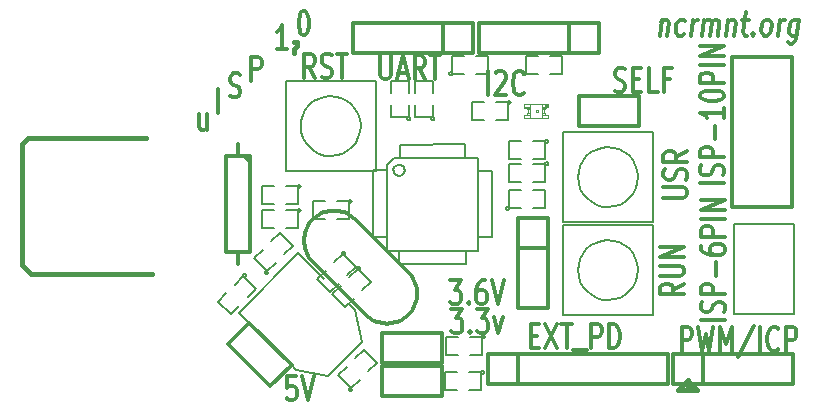
<source format=gto>
G04 (created by PCBNEW-RS274X (2012-02-05 BZR 3258)-stable) date Пнд 26 Мар 2012 00:08:15*
G01*
G70*
G90*
%MOIN*%
G04 Gerber Fmt 3.4, Leading zero omitted, Abs format*
%FSLAX34Y34*%
G04 APERTURE LIST*
%ADD10C,0.006000*%
%ADD11C,0.015000*%
%ADD12C,0.012000*%
%ADD13C,0.005000*%
%ADD14C,0.008000*%
%ADD15C,0.002600*%
%ADD16C,0.004000*%
%ADD17C,0.002000*%
%ADD18C,0.012500*%
G04 APERTURE END LIST*
G54D10*
G54D11*
X67490Y-21630D02*
X67490Y-21750D01*
X67590Y-21530D02*
X67490Y-21630D01*
X67590Y-21410D02*
X67590Y-21530D01*
X67470Y-21410D02*
X67590Y-21410D01*
G54D12*
X67782Y-20374D02*
X67839Y-20374D01*
X67896Y-20412D01*
X67925Y-20450D01*
X67954Y-20526D01*
X67982Y-20679D01*
X67982Y-20869D01*
X67954Y-21021D01*
X67925Y-21098D01*
X67896Y-21136D01*
X67839Y-21174D01*
X67782Y-21174D01*
X67725Y-21136D01*
X67696Y-21098D01*
X67668Y-21021D01*
X67639Y-20869D01*
X67639Y-20679D01*
X67668Y-20526D01*
X67696Y-20450D01*
X67725Y-20412D01*
X67782Y-20374D01*
X67242Y-21644D02*
X66899Y-21644D01*
X67071Y-21644D02*
X67071Y-20844D01*
X67014Y-20958D01*
X66956Y-21034D01*
X66899Y-21072D01*
X78177Y-23026D02*
X78263Y-23064D01*
X78406Y-23064D01*
X78463Y-23026D01*
X78492Y-22988D01*
X78520Y-22911D01*
X78520Y-22835D01*
X78492Y-22759D01*
X78463Y-22721D01*
X78406Y-22683D01*
X78292Y-22645D01*
X78234Y-22607D01*
X78206Y-22569D01*
X78177Y-22492D01*
X78177Y-22416D01*
X78206Y-22340D01*
X78234Y-22302D01*
X78292Y-22264D01*
X78434Y-22264D01*
X78520Y-22302D01*
X78777Y-22645D02*
X78977Y-22645D01*
X79063Y-23064D02*
X78777Y-23064D01*
X78777Y-22264D01*
X79063Y-22264D01*
X79606Y-23064D02*
X79320Y-23064D01*
X79320Y-22264D01*
X80006Y-22645D02*
X79806Y-22645D01*
X79806Y-23064D02*
X79806Y-22264D01*
X80092Y-22264D01*
X79794Y-26587D02*
X80441Y-26587D01*
X80518Y-26559D01*
X80556Y-26530D01*
X80594Y-26473D01*
X80594Y-26359D01*
X80556Y-26301D01*
X80518Y-26273D01*
X80441Y-26244D01*
X79794Y-26244D01*
X80556Y-25987D02*
X80594Y-25901D01*
X80594Y-25758D01*
X80556Y-25701D01*
X80518Y-25672D01*
X80441Y-25644D01*
X80365Y-25644D01*
X80289Y-25672D01*
X80251Y-25701D01*
X80213Y-25758D01*
X80175Y-25872D01*
X80137Y-25930D01*
X80099Y-25958D01*
X80022Y-25987D01*
X79946Y-25987D01*
X79870Y-25958D01*
X79832Y-25930D01*
X79794Y-25872D01*
X79794Y-25730D01*
X79832Y-25644D01*
X80594Y-25044D02*
X80213Y-25244D01*
X80594Y-25387D02*
X79794Y-25387D01*
X79794Y-25159D01*
X79832Y-25101D01*
X79870Y-25073D01*
X79946Y-25044D01*
X80060Y-25044D01*
X80137Y-25073D01*
X80175Y-25101D01*
X80213Y-25159D01*
X80213Y-25387D01*
X80494Y-29453D02*
X80113Y-29653D01*
X80494Y-29796D02*
X79694Y-29796D01*
X79694Y-29568D01*
X79732Y-29510D01*
X79770Y-29482D01*
X79846Y-29453D01*
X79960Y-29453D01*
X80037Y-29482D01*
X80075Y-29510D01*
X80113Y-29568D01*
X80113Y-29796D01*
X79694Y-29196D02*
X80341Y-29196D01*
X80418Y-29168D01*
X80456Y-29139D01*
X80494Y-29082D01*
X80494Y-28968D01*
X80456Y-28910D01*
X80418Y-28882D01*
X80341Y-28853D01*
X79694Y-28853D01*
X80494Y-28567D02*
X79694Y-28567D01*
X80494Y-28224D01*
X79694Y-28224D01*
X68172Y-22604D02*
X67972Y-22223D01*
X67829Y-22604D02*
X67829Y-21804D01*
X68057Y-21804D01*
X68115Y-21842D01*
X68143Y-21880D01*
X68172Y-21956D01*
X68172Y-22070D01*
X68143Y-22147D01*
X68115Y-22185D01*
X68057Y-22223D01*
X67829Y-22223D01*
X68400Y-22566D02*
X68486Y-22604D01*
X68629Y-22604D01*
X68686Y-22566D01*
X68715Y-22528D01*
X68743Y-22451D01*
X68743Y-22375D01*
X68715Y-22299D01*
X68686Y-22261D01*
X68629Y-22223D01*
X68515Y-22185D01*
X68457Y-22147D01*
X68429Y-22109D01*
X68400Y-22032D01*
X68400Y-21956D01*
X68429Y-21880D01*
X68457Y-21842D01*
X68515Y-21804D01*
X68657Y-21804D01*
X68743Y-21842D01*
X68914Y-21804D02*
X69257Y-21804D01*
X69086Y-22604D02*
X69086Y-21804D01*
G54D11*
X80620Y-32680D02*
X80620Y-32980D01*
X80900Y-33000D02*
X80600Y-32700D01*
X80280Y-33000D02*
X80900Y-33000D01*
X80600Y-32680D02*
X80280Y-33000D01*
G54D12*
X80400Y-31704D02*
X80400Y-30904D01*
X80628Y-30904D01*
X80686Y-30942D01*
X80714Y-30980D01*
X80743Y-31056D01*
X80743Y-31170D01*
X80714Y-31247D01*
X80686Y-31285D01*
X80628Y-31323D01*
X80400Y-31323D01*
X80943Y-30904D02*
X81086Y-31704D01*
X81200Y-31132D01*
X81314Y-31704D01*
X81457Y-30904D01*
X81686Y-31704D02*
X81686Y-30904D01*
X81886Y-31475D01*
X82086Y-30904D01*
X82086Y-31704D01*
X82800Y-30866D02*
X82286Y-31894D01*
X83001Y-31704D02*
X83001Y-30904D01*
X83630Y-31628D02*
X83601Y-31666D01*
X83515Y-31704D01*
X83458Y-31704D01*
X83373Y-31666D01*
X83315Y-31590D01*
X83287Y-31513D01*
X83258Y-31361D01*
X83258Y-31247D01*
X83287Y-31094D01*
X83315Y-31018D01*
X83373Y-30942D01*
X83458Y-30904D01*
X83515Y-30904D01*
X83601Y-30942D01*
X83630Y-30980D01*
X83887Y-31704D02*
X83887Y-30904D01*
X84115Y-30904D01*
X84173Y-30942D01*
X84201Y-30980D01*
X84230Y-31056D01*
X84230Y-31170D01*
X84201Y-31247D01*
X84173Y-31285D01*
X84115Y-31323D01*
X83887Y-31323D01*
X75369Y-31185D02*
X75569Y-31185D01*
X75655Y-31604D02*
X75369Y-31604D01*
X75369Y-30804D01*
X75655Y-30804D01*
X75855Y-30804D02*
X76255Y-31604D01*
X76255Y-30804D02*
X75855Y-31604D01*
X76397Y-30804D02*
X76740Y-30804D01*
X76569Y-31604D02*
X76569Y-30804D01*
X76797Y-31680D02*
X77254Y-31680D01*
X77397Y-31604D02*
X77397Y-30804D01*
X77625Y-30804D01*
X77683Y-30842D01*
X77711Y-30880D01*
X77740Y-30956D01*
X77740Y-31070D01*
X77711Y-31147D01*
X77683Y-31185D01*
X77625Y-31223D01*
X77397Y-31223D01*
X77997Y-31604D02*
X77997Y-30804D01*
X78140Y-30804D01*
X78225Y-30842D01*
X78283Y-30918D01*
X78311Y-30994D01*
X78340Y-31147D01*
X78340Y-31261D01*
X78311Y-31413D01*
X78283Y-31490D01*
X78225Y-31566D01*
X78140Y-31604D01*
X77997Y-31604D01*
X73945Y-23164D02*
X73945Y-22364D01*
X74202Y-22440D02*
X74231Y-22402D01*
X74288Y-22364D01*
X74431Y-22364D01*
X74488Y-22402D01*
X74517Y-22440D01*
X74545Y-22516D01*
X74545Y-22592D01*
X74517Y-22707D01*
X74174Y-23164D01*
X74545Y-23164D01*
X75145Y-23088D02*
X75116Y-23126D01*
X75030Y-23164D01*
X74973Y-23164D01*
X74888Y-23126D01*
X74830Y-23050D01*
X74802Y-22973D01*
X74773Y-22821D01*
X74773Y-22707D01*
X74802Y-22554D01*
X74830Y-22478D01*
X74888Y-22402D01*
X74973Y-22364D01*
X75030Y-22364D01*
X75116Y-22402D01*
X75145Y-22440D01*
X70363Y-21844D02*
X70363Y-22491D01*
X70391Y-22568D01*
X70420Y-22606D01*
X70477Y-22644D01*
X70591Y-22644D01*
X70649Y-22606D01*
X70677Y-22568D01*
X70706Y-22491D01*
X70706Y-21844D01*
X70963Y-22415D02*
X71249Y-22415D01*
X70906Y-22644D02*
X71106Y-21844D01*
X71306Y-22644D01*
X71849Y-22644D02*
X71649Y-22263D01*
X71506Y-22644D02*
X71506Y-21844D01*
X71734Y-21844D01*
X71792Y-21882D01*
X71820Y-21920D01*
X71849Y-21996D01*
X71849Y-22110D01*
X71820Y-22187D01*
X71792Y-22225D01*
X71734Y-22263D01*
X71506Y-22263D01*
X72020Y-21844D02*
X72363Y-21844D01*
X72192Y-22644D02*
X72192Y-21844D01*
X66063Y-22694D02*
X66063Y-21894D01*
X66291Y-21894D01*
X66349Y-21932D01*
X66377Y-21970D01*
X66406Y-22046D01*
X66406Y-22160D01*
X66377Y-22237D01*
X66349Y-22275D01*
X66291Y-22313D01*
X66063Y-22313D01*
X65349Y-23206D02*
X65435Y-23244D01*
X65578Y-23244D01*
X65635Y-23206D01*
X65664Y-23168D01*
X65692Y-23091D01*
X65692Y-23015D01*
X65664Y-22939D01*
X65635Y-22901D01*
X65578Y-22863D01*
X65464Y-22825D01*
X65406Y-22787D01*
X65378Y-22749D01*
X65349Y-22672D01*
X65349Y-22596D01*
X65378Y-22520D01*
X65406Y-22482D01*
X65464Y-22444D01*
X65606Y-22444D01*
X65692Y-22482D01*
X64940Y-23774D02*
X64940Y-22974D01*
X64569Y-23790D02*
X64569Y-24324D01*
X64312Y-23790D02*
X64312Y-24210D01*
X64340Y-24286D01*
X64398Y-24324D01*
X64483Y-24324D01*
X64540Y-24286D01*
X64569Y-24248D01*
X79733Y-20650D02*
X79667Y-21184D01*
X79724Y-20727D02*
X79756Y-20689D01*
X79819Y-20650D01*
X79904Y-20650D01*
X79956Y-20689D01*
X79976Y-20765D01*
X79924Y-21184D01*
X80471Y-21146D02*
X80410Y-21184D01*
X80296Y-21184D01*
X80242Y-21146D01*
X80219Y-21108D01*
X80200Y-21031D01*
X80228Y-20803D01*
X80267Y-20727D01*
X80299Y-20689D01*
X80362Y-20650D01*
X80476Y-20650D01*
X80528Y-20689D01*
X80724Y-21184D02*
X80790Y-20650D01*
X80771Y-20803D02*
X80809Y-20727D01*
X80842Y-20689D01*
X80904Y-20650D01*
X80961Y-20650D01*
X81095Y-21184D02*
X81161Y-20650D01*
X81152Y-20727D02*
X81184Y-20689D01*
X81247Y-20650D01*
X81332Y-20650D01*
X81384Y-20689D01*
X81404Y-20765D01*
X81352Y-21184D01*
X81404Y-20765D02*
X81442Y-20689D01*
X81504Y-20650D01*
X81589Y-20650D01*
X81642Y-20689D01*
X81661Y-20765D01*
X81609Y-21184D01*
X81961Y-20650D02*
X81895Y-21184D01*
X81952Y-20727D02*
X81984Y-20689D01*
X82047Y-20650D01*
X82132Y-20650D01*
X82184Y-20689D01*
X82204Y-20765D01*
X82152Y-21184D01*
X82418Y-20650D02*
X82647Y-20650D01*
X82538Y-20384D02*
X82452Y-21070D01*
X82470Y-21146D01*
X82524Y-21184D01*
X82581Y-21184D01*
X82790Y-21108D02*
X82813Y-21146D01*
X82781Y-21184D01*
X82756Y-21146D01*
X82790Y-21108D01*
X82781Y-21184D01*
X83153Y-21184D02*
X83099Y-21146D01*
X83076Y-21108D01*
X83057Y-21031D01*
X83085Y-20803D01*
X83124Y-20727D01*
X83156Y-20689D01*
X83219Y-20650D01*
X83304Y-20650D01*
X83356Y-20689D01*
X83381Y-20727D01*
X83400Y-20803D01*
X83372Y-21031D01*
X83333Y-21108D01*
X83299Y-21146D01*
X83238Y-21184D01*
X83153Y-21184D01*
X83610Y-21184D02*
X83676Y-20650D01*
X83657Y-20803D02*
X83695Y-20727D01*
X83728Y-20689D01*
X83790Y-20650D01*
X83847Y-20650D01*
X84304Y-20650D02*
X84223Y-21298D01*
X84185Y-21374D01*
X84152Y-21412D01*
X84090Y-21450D01*
X84004Y-21450D01*
X83952Y-21412D01*
X84242Y-21146D02*
X84181Y-21184D01*
X84067Y-21184D01*
X84013Y-21146D01*
X83990Y-21108D01*
X83971Y-21031D01*
X83999Y-20803D01*
X84038Y-20727D01*
X84070Y-20689D01*
X84133Y-20650D01*
X84247Y-20650D01*
X84299Y-20689D01*
X81844Y-30660D02*
X81044Y-30660D01*
X81806Y-30403D02*
X81844Y-30317D01*
X81844Y-30174D01*
X81806Y-30117D01*
X81768Y-30088D01*
X81691Y-30060D01*
X81615Y-30060D01*
X81539Y-30088D01*
X81501Y-30117D01*
X81463Y-30174D01*
X81425Y-30288D01*
X81387Y-30346D01*
X81349Y-30374D01*
X81272Y-30403D01*
X81196Y-30403D01*
X81120Y-30374D01*
X81082Y-30346D01*
X81044Y-30288D01*
X81044Y-30146D01*
X81082Y-30060D01*
X81844Y-29803D02*
X81044Y-29803D01*
X81044Y-29575D01*
X81082Y-29517D01*
X81120Y-29489D01*
X81196Y-29460D01*
X81310Y-29460D01*
X81387Y-29489D01*
X81425Y-29517D01*
X81463Y-29575D01*
X81463Y-29803D01*
X81539Y-29203D02*
X81539Y-28746D01*
X81044Y-28203D02*
X81044Y-28317D01*
X81082Y-28374D01*
X81120Y-28403D01*
X81234Y-28460D01*
X81387Y-28489D01*
X81691Y-28489D01*
X81768Y-28460D01*
X81806Y-28432D01*
X81844Y-28374D01*
X81844Y-28260D01*
X81806Y-28203D01*
X81768Y-28174D01*
X81691Y-28146D01*
X81501Y-28146D01*
X81425Y-28174D01*
X81387Y-28203D01*
X81349Y-28260D01*
X81349Y-28374D01*
X81387Y-28432D01*
X81425Y-28460D01*
X81501Y-28489D01*
X81844Y-27889D02*
X81044Y-27889D01*
X81044Y-27661D01*
X81082Y-27603D01*
X81120Y-27575D01*
X81196Y-27546D01*
X81310Y-27546D01*
X81387Y-27575D01*
X81425Y-27603D01*
X81463Y-27661D01*
X81463Y-27889D01*
X81844Y-27289D02*
X81044Y-27289D01*
X81844Y-27003D02*
X81044Y-27003D01*
X81844Y-26660D01*
X81044Y-26660D01*
X81824Y-26105D02*
X81024Y-26105D01*
X81786Y-25848D02*
X81824Y-25762D01*
X81824Y-25619D01*
X81786Y-25562D01*
X81748Y-25533D01*
X81671Y-25505D01*
X81595Y-25505D01*
X81519Y-25533D01*
X81481Y-25562D01*
X81443Y-25619D01*
X81405Y-25733D01*
X81367Y-25791D01*
X81329Y-25819D01*
X81252Y-25848D01*
X81176Y-25848D01*
X81100Y-25819D01*
X81062Y-25791D01*
X81024Y-25733D01*
X81024Y-25591D01*
X81062Y-25505D01*
X81824Y-25248D02*
X81024Y-25248D01*
X81024Y-25020D01*
X81062Y-24962D01*
X81100Y-24934D01*
X81176Y-24905D01*
X81290Y-24905D01*
X81367Y-24934D01*
X81405Y-24962D01*
X81443Y-25020D01*
X81443Y-25248D01*
X81519Y-24648D02*
X81519Y-24191D01*
X81824Y-23591D02*
X81824Y-23934D01*
X81824Y-23762D02*
X81024Y-23762D01*
X81138Y-23819D01*
X81214Y-23877D01*
X81252Y-23934D01*
X81024Y-23220D02*
X81024Y-23163D01*
X81062Y-23106D01*
X81100Y-23077D01*
X81176Y-23048D01*
X81329Y-23020D01*
X81519Y-23020D01*
X81671Y-23048D01*
X81748Y-23077D01*
X81786Y-23106D01*
X81824Y-23163D01*
X81824Y-23220D01*
X81786Y-23277D01*
X81748Y-23306D01*
X81671Y-23334D01*
X81519Y-23363D01*
X81329Y-23363D01*
X81176Y-23334D01*
X81100Y-23306D01*
X81062Y-23277D01*
X81024Y-23220D01*
X81824Y-22763D02*
X81024Y-22763D01*
X81024Y-22535D01*
X81062Y-22477D01*
X81100Y-22449D01*
X81176Y-22420D01*
X81290Y-22420D01*
X81367Y-22449D01*
X81405Y-22477D01*
X81443Y-22535D01*
X81443Y-22763D01*
X81824Y-22163D02*
X81024Y-22163D01*
X81824Y-21877D02*
X81024Y-21877D01*
X81824Y-21534D01*
X81024Y-21534D01*
X72724Y-30304D02*
X73095Y-30304D01*
X72895Y-30609D01*
X72981Y-30609D01*
X73038Y-30647D01*
X73067Y-30685D01*
X73095Y-30761D01*
X73095Y-30951D01*
X73067Y-31028D01*
X73038Y-31066D01*
X72981Y-31104D01*
X72809Y-31104D01*
X72752Y-31066D01*
X72724Y-31028D01*
X73352Y-31028D02*
X73380Y-31066D01*
X73352Y-31104D01*
X73323Y-31066D01*
X73352Y-31028D01*
X73352Y-31104D01*
X73581Y-30304D02*
X73952Y-30304D01*
X73752Y-30609D01*
X73838Y-30609D01*
X73895Y-30647D01*
X73924Y-30685D01*
X73952Y-30761D01*
X73952Y-30951D01*
X73924Y-31028D01*
X73895Y-31066D01*
X73838Y-31104D01*
X73666Y-31104D01*
X73609Y-31066D01*
X73581Y-31028D01*
X74152Y-30570D02*
X74295Y-31104D01*
X74437Y-30570D01*
X72675Y-29344D02*
X73046Y-29344D01*
X72846Y-29649D01*
X72932Y-29649D01*
X72989Y-29687D01*
X73018Y-29725D01*
X73046Y-29801D01*
X73046Y-29991D01*
X73018Y-30068D01*
X72989Y-30106D01*
X72932Y-30144D01*
X72760Y-30144D01*
X72703Y-30106D01*
X72675Y-30068D01*
X73303Y-30068D02*
X73331Y-30106D01*
X73303Y-30144D01*
X73274Y-30106D01*
X73303Y-30068D01*
X73303Y-30144D01*
X73846Y-29344D02*
X73732Y-29344D01*
X73675Y-29382D01*
X73646Y-29420D01*
X73589Y-29534D01*
X73560Y-29687D01*
X73560Y-29991D01*
X73589Y-30068D01*
X73617Y-30106D01*
X73675Y-30144D01*
X73789Y-30144D01*
X73846Y-30106D01*
X73875Y-30068D01*
X73903Y-29991D01*
X73903Y-29801D01*
X73875Y-29725D01*
X73846Y-29687D01*
X73789Y-29649D01*
X73675Y-29649D01*
X73617Y-29687D01*
X73589Y-29725D01*
X73560Y-29801D01*
X74074Y-29344D02*
X74274Y-30144D01*
X74474Y-29344D01*
X67547Y-32544D02*
X67261Y-32544D01*
X67232Y-32925D01*
X67261Y-32887D01*
X67318Y-32849D01*
X67461Y-32849D01*
X67518Y-32887D01*
X67547Y-32925D01*
X67575Y-33001D01*
X67575Y-33191D01*
X67547Y-33268D01*
X67518Y-33306D01*
X67461Y-33344D01*
X67318Y-33344D01*
X67261Y-33306D01*
X67232Y-33268D01*
X67746Y-32544D02*
X67946Y-33344D01*
X68146Y-32544D01*
G54D10*
X74080Y-27890D02*
X73630Y-27890D01*
X74080Y-25710D02*
X73640Y-25710D01*
X74080Y-27890D02*
X74080Y-25710D01*
X73200Y-28360D02*
X73200Y-28790D01*
X70990Y-28370D02*
X70990Y-28790D01*
X70980Y-28790D02*
X73200Y-28800D01*
X71000Y-24820D02*
X73170Y-24810D01*
X70570Y-25510D02*
X70570Y-28340D01*
X73180Y-24820D02*
X73180Y-25230D01*
X70820Y-25270D02*
X73600Y-25270D01*
X73620Y-28350D02*
X73620Y-25310D01*
X70570Y-28350D02*
X73570Y-28350D01*
X70120Y-25680D02*
X70120Y-27900D01*
X70120Y-27900D02*
X70570Y-27900D01*
X70574Y-25500D02*
X70804Y-25270D01*
X70122Y-25680D02*
X70574Y-25680D01*
X71000Y-25270D02*
X71000Y-24818D01*
X71170Y-25674D02*
X71166Y-25710D01*
X71155Y-25745D01*
X71138Y-25778D01*
X71115Y-25806D01*
X71087Y-25829D01*
X71054Y-25847D01*
X71019Y-25858D01*
X70983Y-25861D01*
X70947Y-25858D01*
X70912Y-25848D01*
X70880Y-25831D01*
X70851Y-25808D01*
X70827Y-25780D01*
X70810Y-25748D01*
X70799Y-25713D01*
X70795Y-25676D01*
X70798Y-25641D01*
X70808Y-25605D01*
X70824Y-25573D01*
X70847Y-25544D01*
X70875Y-25520D01*
X70907Y-25502D01*
X70942Y-25491D01*
X70979Y-25487D01*
X71014Y-25489D01*
X71049Y-25499D01*
X71082Y-25516D01*
X71111Y-25538D01*
X71135Y-25566D01*
X71153Y-25598D01*
X71165Y-25633D01*
X71169Y-25669D01*
X71170Y-25674D01*
G54D13*
X78950Y-29000D02*
X78930Y-29194D01*
X78874Y-29381D01*
X78782Y-29553D01*
X78659Y-29704D01*
X78509Y-29829D01*
X78337Y-29921D01*
X78151Y-29979D01*
X77956Y-29999D01*
X77763Y-29982D01*
X77576Y-29927D01*
X77403Y-29836D01*
X77251Y-29714D01*
X77125Y-29564D01*
X77031Y-29393D01*
X76972Y-29207D01*
X76951Y-29013D01*
X76967Y-28820D01*
X77021Y-28632D01*
X77110Y-28459D01*
X77231Y-28306D01*
X77380Y-28179D01*
X77550Y-28084D01*
X77736Y-28024D01*
X77930Y-28001D01*
X78123Y-28016D01*
X78311Y-28068D01*
X78485Y-28156D01*
X78639Y-28276D01*
X78767Y-28424D01*
X78863Y-28594D01*
X78925Y-28779D01*
X78949Y-28973D01*
X78950Y-29000D01*
X76450Y-27500D02*
X79450Y-27500D01*
X79450Y-27500D02*
X79450Y-30500D01*
X79450Y-30500D02*
X76450Y-30500D01*
X76450Y-27500D02*
X76450Y-30500D01*
X78950Y-25900D02*
X78930Y-26094D01*
X78874Y-26281D01*
X78782Y-26453D01*
X78659Y-26604D01*
X78509Y-26729D01*
X78337Y-26821D01*
X78151Y-26879D01*
X77956Y-26899D01*
X77763Y-26882D01*
X77576Y-26827D01*
X77403Y-26736D01*
X77251Y-26614D01*
X77125Y-26464D01*
X77031Y-26293D01*
X76972Y-26107D01*
X76951Y-25913D01*
X76967Y-25720D01*
X77021Y-25532D01*
X77110Y-25359D01*
X77231Y-25206D01*
X77380Y-25079D01*
X77550Y-24984D01*
X77736Y-24924D01*
X77930Y-24901D01*
X78123Y-24916D01*
X78311Y-24968D01*
X78485Y-25056D01*
X78639Y-25176D01*
X78767Y-25324D01*
X78863Y-25494D01*
X78925Y-25679D01*
X78949Y-25873D01*
X78950Y-25900D01*
X76450Y-24400D02*
X79450Y-24400D01*
X79450Y-24400D02*
X79450Y-27400D01*
X79450Y-27400D02*
X76450Y-27400D01*
X76450Y-24400D02*
X76450Y-27400D01*
X69700Y-24200D02*
X69680Y-24394D01*
X69624Y-24581D01*
X69532Y-24753D01*
X69409Y-24904D01*
X69259Y-25029D01*
X69087Y-25121D01*
X68901Y-25179D01*
X68706Y-25199D01*
X68513Y-25182D01*
X68326Y-25127D01*
X68153Y-25036D01*
X68001Y-24914D01*
X67875Y-24764D01*
X67781Y-24593D01*
X67722Y-24407D01*
X67701Y-24213D01*
X67717Y-24020D01*
X67771Y-23832D01*
X67860Y-23659D01*
X67981Y-23506D01*
X68130Y-23379D01*
X68300Y-23284D01*
X68486Y-23224D01*
X68680Y-23201D01*
X68873Y-23216D01*
X69061Y-23268D01*
X69235Y-23356D01*
X69389Y-23476D01*
X69517Y-23624D01*
X69613Y-23794D01*
X69675Y-23979D01*
X69699Y-24173D01*
X69700Y-24200D01*
X70200Y-25700D02*
X67200Y-25700D01*
X67200Y-25700D02*
X67200Y-22700D01*
X67200Y-22700D02*
X70200Y-22700D01*
X70200Y-25700D02*
X70200Y-22700D01*
G54D14*
X68466Y-29286D02*
X67617Y-28437D01*
X67617Y-28437D02*
X65637Y-30417D01*
X65637Y-30417D02*
X66486Y-31266D01*
X69314Y-30134D02*
X69526Y-30346D01*
X69526Y-30346D02*
X69738Y-31407D01*
X69738Y-31407D02*
X68607Y-32538D01*
X68607Y-32538D02*
X67546Y-32326D01*
X67546Y-32326D02*
X67334Y-32114D01*
G54D13*
X72150Y-23950D02*
X72149Y-23959D01*
X72146Y-23969D01*
X72141Y-23977D01*
X72135Y-23985D01*
X72127Y-23991D01*
X72119Y-23996D01*
X72110Y-23998D01*
X72100Y-23999D01*
X72091Y-23999D01*
X72082Y-23996D01*
X72073Y-23991D01*
X72066Y-23985D01*
X72059Y-23978D01*
X72055Y-23969D01*
X72052Y-23960D01*
X72051Y-23950D01*
X72051Y-23941D01*
X72054Y-23932D01*
X72058Y-23923D01*
X72065Y-23916D01*
X72072Y-23909D01*
X72080Y-23905D01*
X72090Y-23902D01*
X72099Y-23901D01*
X72108Y-23901D01*
X72118Y-23904D01*
X72126Y-23908D01*
X72134Y-23914D01*
X72140Y-23922D01*
X72145Y-23930D01*
X72148Y-23939D01*
X72149Y-23949D01*
X72150Y-23950D01*
X72100Y-23500D02*
X72100Y-23900D01*
X72100Y-23900D02*
X71500Y-23900D01*
X71500Y-23900D02*
X71500Y-23500D01*
X71500Y-23100D02*
X71500Y-22700D01*
X71500Y-22700D02*
X72100Y-22700D01*
X72100Y-22700D02*
X72100Y-23100D01*
X71350Y-23950D02*
X71349Y-23959D01*
X71346Y-23969D01*
X71341Y-23977D01*
X71335Y-23985D01*
X71327Y-23991D01*
X71319Y-23996D01*
X71310Y-23998D01*
X71300Y-23999D01*
X71291Y-23999D01*
X71282Y-23996D01*
X71273Y-23991D01*
X71266Y-23985D01*
X71259Y-23978D01*
X71255Y-23969D01*
X71252Y-23960D01*
X71251Y-23950D01*
X71251Y-23941D01*
X71254Y-23932D01*
X71258Y-23923D01*
X71265Y-23916D01*
X71272Y-23909D01*
X71280Y-23905D01*
X71290Y-23902D01*
X71299Y-23901D01*
X71308Y-23901D01*
X71318Y-23904D01*
X71326Y-23908D01*
X71334Y-23914D01*
X71340Y-23922D01*
X71345Y-23930D01*
X71348Y-23939D01*
X71349Y-23949D01*
X71350Y-23950D01*
X71300Y-23500D02*
X71300Y-23900D01*
X71300Y-23900D02*
X70700Y-23900D01*
X70700Y-23900D02*
X70700Y-23500D01*
X70700Y-23100D02*
X70700Y-22700D01*
X70700Y-22700D02*
X71300Y-22700D01*
X71300Y-22700D02*
X71300Y-23100D01*
X75950Y-25450D02*
X75949Y-25459D01*
X75946Y-25469D01*
X75941Y-25477D01*
X75935Y-25485D01*
X75927Y-25491D01*
X75919Y-25496D01*
X75910Y-25498D01*
X75900Y-25499D01*
X75891Y-25499D01*
X75882Y-25496D01*
X75873Y-25491D01*
X75866Y-25485D01*
X75859Y-25478D01*
X75855Y-25469D01*
X75852Y-25460D01*
X75851Y-25450D01*
X75851Y-25441D01*
X75854Y-25432D01*
X75858Y-25423D01*
X75865Y-25416D01*
X75872Y-25409D01*
X75880Y-25405D01*
X75890Y-25402D01*
X75899Y-25401D01*
X75908Y-25401D01*
X75918Y-25404D01*
X75926Y-25408D01*
X75934Y-25414D01*
X75940Y-25422D01*
X75945Y-25430D01*
X75948Y-25439D01*
X75949Y-25449D01*
X75950Y-25450D01*
X75450Y-25450D02*
X75850Y-25450D01*
X75850Y-25450D02*
X75850Y-26050D01*
X75850Y-26050D02*
X75450Y-26050D01*
X75050Y-26050D02*
X74650Y-26050D01*
X74650Y-26050D02*
X74650Y-25450D01*
X74650Y-25450D02*
X75050Y-25450D01*
X75950Y-24700D02*
X75949Y-24709D01*
X75946Y-24719D01*
X75941Y-24727D01*
X75935Y-24735D01*
X75927Y-24741D01*
X75919Y-24746D01*
X75910Y-24748D01*
X75900Y-24749D01*
X75891Y-24749D01*
X75882Y-24746D01*
X75873Y-24741D01*
X75866Y-24735D01*
X75859Y-24728D01*
X75855Y-24719D01*
X75852Y-24710D01*
X75851Y-24700D01*
X75851Y-24691D01*
X75854Y-24682D01*
X75858Y-24673D01*
X75865Y-24666D01*
X75872Y-24659D01*
X75880Y-24655D01*
X75890Y-24652D01*
X75899Y-24651D01*
X75908Y-24651D01*
X75918Y-24654D01*
X75926Y-24658D01*
X75934Y-24664D01*
X75940Y-24672D01*
X75945Y-24680D01*
X75948Y-24689D01*
X75949Y-24699D01*
X75950Y-24700D01*
X75450Y-24700D02*
X75850Y-24700D01*
X75850Y-24700D02*
X75850Y-25300D01*
X75850Y-25300D02*
X75450Y-25300D01*
X75050Y-25300D02*
X74650Y-25300D01*
X74650Y-25300D02*
X74650Y-24700D01*
X74650Y-24700D02*
X75050Y-24700D01*
X75200Y-22450D02*
X75199Y-22459D01*
X75196Y-22469D01*
X75191Y-22477D01*
X75185Y-22485D01*
X75177Y-22491D01*
X75169Y-22496D01*
X75160Y-22498D01*
X75150Y-22499D01*
X75141Y-22499D01*
X75132Y-22496D01*
X75123Y-22491D01*
X75116Y-22485D01*
X75109Y-22478D01*
X75105Y-22469D01*
X75102Y-22460D01*
X75101Y-22450D01*
X75101Y-22441D01*
X75104Y-22432D01*
X75108Y-22423D01*
X75115Y-22416D01*
X75122Y-22409D01*
X75130Y-22405D01*
X75140Y-22402D01*
X75149Y-22401D01*
X75158Y-22401D01*
X75168Y-22404D01*
X75176Y-22408D01*
X75184Y-22414D01*
X75190Y-22422D01*
X75195Y-22430D01*
X75198Y-22439D01*
X75199Y-22449D01*
X75200Y-22450D01*
X75600Y-22450D02*
X75200Y-22450D01*
X75200Y-22450D02*
X75200Y-21850D01*
X75200Y-21850D02*
X75600Y-21850D01*
X76000Y-21850D02*
X76400Y-21850D01*
X76400Y-21850D02*
X76400Y-22450D01*
X76400Y-22450D02*
X76000Y-22450D01*
X72750Y-22450D02*
X72749Y-22459D01*
X72746Y-22469D01*
X72741Y-22477D01*
X72735Y-22485D01*
X72727Y-22491D01*
X72719Y-22496D01*
X72710Y-22498D01*
X72700Y-22499D01*
X72691Y-22499D01*
X72682Y-22496D01*
X72673Y-22491D01*
X72666Y-22485D01*
X72659Y-22478D01*
X72655Y-22469D01*
X72652Y-22460D01*
X72651Y-22450D01*
X72651Y-22441D01*
X72654Y-22432D01*
X72658Y-22423D01*
X72665Y-22416D01*
X72672Y-22409D01*
X72680Y-22405D01*
X72690Y-22402D01*
X72699Y-22401D01*
X72708Y-22401D01*
X72718Y-22404D01*
X72726Y-22408D01*
X72734Y-22414D01*
X72740Y-22422D01*
X72745Y-22430D01*
X72748Y-22439D01*
X72749Y-22449D01*
X72750Y-22450D01*
X73150Y-22450D02*
X72750Y-22450D01*
X72750Y-22450D02*
X72750Y-21850D01*
X72750Y-21850D02*
X73150Y-21850D01*
X73550Y-21850D02*
X73950Y-21850D01*
X73950Y-21850D02*
X73950Y-22450D01*
X73950Y-22450D02*
X73550Y-22450D01*
X67700Y-27000D02*
X67699Y-27009D01*
X67696Y-27019D01*
X67691Y-27027D01*
X67685Y-27035D01*
X67677Y-27041D01*
X67669Y-27046D01*
X67660Y-27048D01*
X67650Y-27049D01*
X67641Y-27049D01*
X67632Y-27046D01*
X67623Y-27041D01*
X67616Y-27035D01*
X67609Y-27028D01*
X67605Y-27019D01*
X67602Y-27010D01*
X67601Y-27000D01*
X67601Y-26991D01*
X67604Y-26982D01*
X67608Y-26973D01*
X67615Y-26966D01*
X67622Y-26959D01*
X67630Y-26955D01*
X67640Y-26952D01*
X67649Y-26951D01*
X67658Y-26951D01*
X67668Y-26954D01*
X67676Y-26958D01*
X67684Y-26964D01*
X67690Y-26972D01*
X67695Y-26980D01*
X67698Y-26989D01*
X67699Y-26999D01*
X67700Y-27000D01*
X67200Y-27000D02*
X67600Y-27000D01*
X67600Y-27000D02*
X67600Y-27600D01*
X67600Y-27600D02*
X67200Y-27600D01*
X66800Y-27600D02*
X66400Y-27600D01*
X66400Y-27600D02*
X66400Y-27000D01*
X66400Y-27000D02*
X66800Y-27000D01*
X67700Y-26200D02*
X67699Y-26209D01*
X67696Y-26219D01*
X67691Y-26227D01*
X67685Y-26235D01*
X67677Y-26241D01*
X67669Y-26246D01*
X67660Y-26248D01*
X67650Y-26249D01*
X67641Y-26249D01*
X67632Y-26246D01*
X67623Y-26241D01*
X67616Y-26235D01*
X67609Y-26228D01*
X67605Y-26219D01*
X67602Y-26210D01*
X67601Y-26200D01*
X67601Y-26191D01*
X67604Y-26182D01*
X67608Y-26173D01*
X67615Y-26166D01*
X67622Y-26159D01*
X67630Y-26155D01*
X67640Y-26152D01*
X67649Y-26151D01*
X67658Y-26151D01*
X67668Y-26154D01*
X67676Y-26158D01*
X67684Y-26164D01*
X67690Y-26172D01*
X67695Y-26180D01*
X67698Y-26189D01*
X67699Y-26199D01*
X67700Y-26200D01*
X67200Y-26200D02*
X67600Y-26200D01*
X67600Y-26200D02*
X67600Y-26800D01*
X67600Y-26800D02*
X67200Y-26800D01*
X66800Y-26800D02*
X66400Y-26800D01*
X66400Y-26800D02*
X66400Y-26200D01*
X66400Y-26200D02*
X66800Y-26200D01*
X66603Y-29072D02*
X66602Y-29081D01*
X66599Y-29091D01*
X66594Y-29099D01*
X66588Y-29107D01*
X66580Y-29113D01*
X66572Y-29118D01*
X66563Y-29120D01*
X66553Y-29121D01*
X66544Y-29121D01*
X66535Y-29118D01*
X66526Y-29113D01*
X66519Y-29107D01*
X66512Y-29100D01*
X66508Y-29091D01*
X66505Y-29082D01*
X66504Y-29072D01*
X66504Y-29063D01*
X66507Y-29054D01*
X66511Y-29045D01*
X66518Y-29038D01*
X66525Y-29031D01*
X66533Y-29027D01*
X66543Y-29024D01*
X66552Y-29023D01*
X66561Y-29023D01*
X66571Y-29026D01*
X66579Y-29030D01*
X66587Y-29036D01*
X66593Y-29044D01*
X66598Y-29052D01*
X66601Y-29061D01*
X66602Y-29071D01*
X66603Y-29072D01*
X66871Y-28754D02*
X66588Y-29036D01*
X66588Y-29036D02*
X66164Y-28612D01*
X66164Y-28612D02*
X66446Y-28329D01*
X66729Y-28046D02*
X67012Y-27764D01*
X67012Y-27764D02*
X67436Y-28188D01*
X67436Y-28188D02*
X67154Y-28471D01*
X74640Y-26940D02*
X74639Y-26949D01*
X74636Y-26959D01*
X74631Y-26967D01*
X74625Y-26975D01*
X74617Y-26981D01*
X74609Y-26986D01*
X74600Y-26988D01*
X74590Y-26989D01*
X74581Y-26989D01*
X74572Y-26986D01*
X74563Y-26981D01*
X74556Y-26975D01*
X74549Y-26968D01*
X74545Y-26959D01*
X74542Y-26950D01*
X74541Y-26940D01*
X74541Y-26931D01*
X74544Y-26922D01*
X74548Y-26913D01*
X74555Y-26906D01*
X74562Y-26899D01*
X74570Y-26895D01*
X74580Y-26892D01*
X74589Y-26891D01*
X74598Y-26891D01*
X74608Y-26894D01*
X74616Y-26898D01*
X74624Y-26904D01*
X74630Y-26912D01*
X74635Y-26920D01*
X74638Y-26929D01*
X74639Y-26939D01*
X74640Y-26940D01*
X75040Y-26940D02*
X74640Y-26940D01*
X74640Y-26940D02*
X74640Y-26340D01*
X74640Y-26340D02*
X75040Y-26340D01*
X75440Y-26340D02*
X75840Y-26340D01*
X75840Y-26340D02*
X75840Y-26940D01*
X75840Y-26940D02*
X75440Y-26940D01*
X73820Y-32400D02*
X73819Y-32409D01*
X73816Y-32419D01*
X73811Y-32427D01*
X73805Y-32435D01*
X73797Y-32441D01*
X73789Y-32446D01*
X73780Y-32448D01*
X73770Y-32449D01*
X73761Y-32449D01*
X73752Y-32446D01*
X73743Y-32441D01*
X73736Y-32435D01*
X73729Y-32428D01*
X73725Y-32419D01*
X73722Y-32410D01*
X73721Y-32400D01*
X73721Y-32391D01*
X73724Y-32382D01*
X73728Y-32373D01*
X73735Y-32366D01*
X73742Y-32359D01*
X73750Y-32355D01*
X73760Y-32352D01*
X73769Y-32351D01*
X73778Y-32351D01*
X73788Y-32354D01*
X73796Y-32358D01*
X73804Y-32364D01*
X73810Y-32372D01*
X73815Y-32380D01*
X73818Y-32389D01*
X73819Y-32399D01*
X73820Y-32400D01*
X73320Y-32400D02*
X73720Y-32400D01*
X73720Y-32400D02*
X73720Y-33000D01*
X73720Y-33000D02*
X73320Y-33000D01*
X72920Y-33000D02*
X72520Y-33000D01*
X72520Y-33000D02*
X72520Y-32400D01*
X72520Y-32400D02*
X72920Y-32400D01*
X73840Y-31220D02*
X73839Y-31229D01*
X73836Y-31239D01*
X73831Y-31247D01*
X73825Y-31255D01*
X73817Y-31261D01*
X73809Y-31266D01*
X73800Y-31268D01*
X73790Y-31269D01*
X73781Y-31269D01*
X73772Y-31266D01*
X73763Y-31261D01*
X73756Y-31255D01*
X73749Y-31248D01*
X73745Y-31239D01*
X73742Y-31230D01*
X73741Y-31220D01*
X73741Y-31211D01*
X73744Y-31202D01*
X73748Y-31193D01*
X73755Y-31186D01*
X73762Y-31179D01*
X73770Y-31175D01*
X73780Y-31172D01*
X73789Y-31171D01*
X73798Y-31171D01*
X73808Y-31174D01*
X73816Y-31178D01*
X73824Y-31184D01*
X73830Y-31192D01*
X73835Y-31200D01*
X73838Y-31209D01*
X73839Y-31219D01*
X73840Y-31220D01*
X73340Y-31220D02*
X73740Y-31220D01*
X73740Y-31220D02*
X73740Y-31820D01*
X73740Y-31820D02*
X73340Y-31820D01*
X72940Y-31820D02*
X72540Y-31820D01*
X72540Y-31820D02*
X72540Y-31220D01*
X72540Y-31220D02*
X72940Y-31220D01*
X69403Y-32972D02*
X69402Y-32981D01*
X69399Y-32991D01*
X69394Y-32999D01*
X69388Y-33007D01*
X69380Y-33013D01*
X69372Y-33018D01*
X69363Y-33020D01*
X69353Y-33021D01*
X69344Y-33021D01*
X69335Y-33018D01*
X69326Y-33013D01*
X69319Y-33007D01*
X69312Y-33000D01*
X69308Y-32991D01*
X69305Y-32982D01*
X69304Y-32972D01*
X69304Y-32963D01*
X69307Y-32954D01*
X69311Y-32945D01*
X69318Y-32938D01*
X69325Y-32931D01*
X69333Y-32927D01*
X69343Y-32924D01*
X69352Y-32923D01*
X69361Y-32923D01*
X69371Y-32926D01*
X69379Y-32930D01*
X69387Y-32936D01*
X69393Y-32944D01*
X69398Y-32952D01*
X69401Y-32961D01*
X69402Y-32971D01*
X69403Y-32972D01*
X69671Y-32654D02*
X69388Y-32936D01*
X69388Y-32936D02*
X68964Y-32512D01*
X68964Y-32512D02*
X69246Y-32229D01*
X69529Y-31946D02*
X69812Y-31664D01*
X69812Y-31664D02*
X70236Y-32088D01*
X70236Y-32088D02*
X69954Y-32371D01*
X69197Y-28428D02*
X69196Y-28437D01*
X69193Y-28447D01*
X69188Y-28455D01*
X69182Y-28463D01*
X69174Y-28469D01*
X69166Y-28474D01*
X69157Y-28476D01*
X69147Y-28477D01*
X69138Y-28477D01*
X69129Y-28474D01*
X69120Y-28469D01*
X69113Y-28463D01*
X69106Y-28456D01*
X69102Y-28447D01*
X69099Y-28438D01*
X69098Y-28428D01*
X69098Y-28419D01*
X69101Y-28410D01*
X69105Y-28401D01*
X69112Y-28394D01*
X69119Y-28387D01*
X69127Y-28383D01*
X69137Y-28380D01*
X69146Y-28379D01*
X69155Y-28379D01*
X69165Y-28382D01*
X69173Y-28386D01*
X69181Y-28392D01*
X69187Y-28400D01*
X69192Y-28408D01*
X69195Y-28417D01*
X69196Y-28427D01*
X69197Y-28428D01*
X68829Y-28746D02*
X69112Y-28464D01*
X69112Y-28464D02*
X69536Y-28888D01*
X69536Y-28888D02*
X69254Y-29171D01*
X68971Y-29454D02*
X68688Y-29736D01*
X68688Y-29736D02*
X68264Y-29312D01*
X68264Y-29312D02*
X68546Y-29029D01*
X69697Y-28928D02*
X69696Y-28937D01*
X69693Y-28947D01*
X69688Y-28955D01*
X69682Y-28963D01*
X69674Y-28969D01*
X69666Y-28974D01*
X69657Y-28976D01*
X69647Y-28977D01*
X69638Y-28977D01*
X69629Y-28974D01*
X69620Y-28969D01*
X69613Y-28963D01*
X69606Y-28956D01*
X69602Y-28947D01*
X69599Y-28938D01*
X69598Y-28928D01*
X69598Y-28919D01*
X69601Y-28910D01*
X69605Y-28901D01*
X69612Y-28894D01*
X69619Y-28887D01*
X69627Y-28883D01*
X69637Y-28880D01*
X69646Y-28879D01*
X69655Y-28879D01*
X69665Y-28882D01*
X69673Y-28886D01*
X69681Y-28892D01*
X69687Y-28900D01*
X69692Y-28908D01*
X69695Y-28917D01*
X69696Y-28927D01*
X69697Y-28928D01*
X69329Y-29246D02*
X69612Y-28964D01*
X69612Y-28964D02*
X70036Y-29388D01*
X70036Y-29388D02*
X69754Y-29671D01*
X69471Y-29954D02*
X69188Y-30236D01*
X69188Y-30236D02*
X68764Y-29812D01*
X68764Y-29812D02*
X69046Y-29529D01*
X74700Y-23400D02*
X74699Y-23409D01*
X74696Y-23419D01*
X74691Y-23427D01*
X74685Y-23435D01*
X74677Y-23441D01*
X74669Y-23446D01*
X74660Y-23448D01*
X74650Y-23449D01*
X74641Y-23449D01*
X74632Y-23446D01*
X74623Y-23441D01*
X74616Y-23435D01*
X74609Y-23428D01*
X74605Y-23419D01*
X74602Y-23410D01*
X74601Y-23400D01*
X74601Y-23391D01*
X74604Y-23382D01*
X74608Y-23373D01*
X74615Y-23366D01*
X74622Y-23359D01*
X74630Y-23355D01*
X74640Y-23352D01*
X74649Y-23351D01*
X74658Y-23351D01*
X74668Y-23354D01*
X74676Y-23358D01*
X74684Y-23364D01*
X74690Y-23372D01*
X74695Y-23380D01*
X74698Y-23389D01*
X74699Y-23399D01*
X74700Y-23400D01*
X74200Y-23400D02*
X74600Y-23400D01*
X74600Y-23400D02*
X74600Y-24000D01*
X74600Y-24000D02*
X74200Y-24000D01*
X73800Y-24000D02*
X73400Y-24000D01*
X73400Y-24000D02*
X73400Y-23400D01*
X73400Y-23400D02*
X73800Y-23400D01*
G54D12*
X73940Y-32800D02*
X73940Y-31800D01*
X73940Y-31800D02*
X79940Y-31800D01*
X79940Y-31800D02*
X79940Y-32800D01*
X79940Y-32800D02*
X73940Y-32800D01*
X74940Y-32800D02*
X74940Y-31800D01*
X73450Y-21750D02*
X73450Y-21750D01*
X73450Y-20750D02*
X73450Y-21750D01*
X73450Y-21750D02*
X73450Y-21750D01*
X73450Y-21750D02*
X69450Y-21750D01*
X69450Y-21750D02*
X69450Y-20750D01*
X69450Y-20750D02*
X73450Y-20750D01*
X72450Y-20750D02*
X72450Y-21750D01*
X80120Y-31800D02*
X80120Y-31800D01*
X80120Y-32800D02*
X80120Y-31800D01*
X80120Y-31800D02*
X80120Y-31800D01*
X80120Y-31800D02*
X84120Y-31800D01*
X84120Y-31800D02*
X84120Y-32800D01*
X84120Y-32800D02*
X80120Y-32800D01*
X81120Y-32800D02*
X81120Y-31800D01*
X72400Y-32200D02*
X72400Y-33200D01*
X72400Y-33200D02*
X70400Y-33200D01*
X70400Y-33200D02*
X70400Y-32200D01*
X70400Y-32200D02*
X72400Y-32200D01*
X76980Y-24200D02*
X76980Y-23200D01*
X76980Y-23200D02*
X78980Y-23200D01*
X78980Y-23200D02*
X78980Y-24200D01*
X78980Y-24200D02*
X76980Y-24200D01*
X72400Y-31100D02*
X72400Y-32100D01*
X72400Y-32100D02*
X70400Y-32100D01*
X70400Y-32100D02*
X70400Y-31100D01*
X70400Y-31100D02*
X72400Y-31100D01*
X65600Y-24800D02*
X65600Y-25200D01*
X65600Y-25200D02*
X66000Y-25200D01*
X66000Y-25200D02*
X66000Y-28400D01*
X66000Y-28400D02*
X65200Y-28400D01*
X65200Y-28400D02*
X65200Y-25200D01*
X65200Y-25200D02*
X65600Y-25200D01*
X65800Y-25200D02*
X66000Y-25400D01*
X65600Y-28800D02*
X65600Y-28400D01*
X82080Y-26900D02*
X82080Y-21900D01*
X82080Y-21900D02*
X84080Y-21900D01*
X84080Y-21900D02*
X84080Y-26900D01*
X84080Y-26900D02*
X82080Y-26900D01*
G54D14*
X84140Y-27460D02*
X84140Y-30460D01*
X82140Y-30460D02*
X82140Y-27460D01*
X82140Y-27460D02*
X84140Y-27460D01*
X84140Y-30460D02*
X82140Y-30460D01*
G54D15*
X75746Y-23818D02*
X75746Y-23946D01*
X75746Y-23946D02*
X75943Y-23946D01*
X75943Y-23818D02*
X75943Y-23946D01*
X75746Y-23818D02*
X75943Y-23818D01*
X75746Y-23573D02*
X75746Y-23632D01*
X75746Y-23632D02*
X75845Y-23632D01*
X75845Y-23573D02*
X75845Y-23632D01*
X75746Y-23573D02*
X75845Y-23573D01*
X75746Y-23768D02*
X75746Y-23827D01*
X75746Y-23827D02*
X75845Y-23827D01*
X75845Y-23768D02*
X75845Y-23827D01*
X75746Y-23768D02*
X75845Y-23768D01*
X75746Y-23622D02*
X75746Y-23778D01*
X75746Y-23778D02*
X75815Y-23778D01*
X75815Y-23622D02*
X75815Y-23778D01*
X75746Y-23622D02*
X75815Y-23622D01*
X75157Y-23818D02*
X75157Y-23946D01*
X75157Y-23946D02*
X75354Y-23946D01*
X75354Y-23818D02*
X75354Y-23946D01*
X75157Y-23818D02*
X75354Y-23818D01*
X75157Y-23454D02*
X75157Y-23582D01*
X75157Y-23582D02*
X75354Y-23582D01*
X75354Y-23454D02*
X75354Y-23582D01*
X75157Y-23454D02*
X75354Y-23454D01*
X75255Y-23768D02*
X75255Y-23827D01*
X75255Y-23827D02*
X75354Y-23827D01*
X75354Y-23768D02*
X75354Y-23827D01*
X75255Y-23768D02*
X75354Y-23768D01*
X75255Y-23573D02*
X75255Y-23632D01*
X75255Y-23632D02*
X75354Y-23632D01*
X75354Y-23573D02*
X75354Y-23632D01*
X75255Y-23573D02*
X75354Y-23573D01*
X75285Y-23622D02*
X75285Y-23778D01*
X75285Y-23778D02*
X75354Y-23778D01*
X75354Y-23622D02*
X75354Y-23778D01*
X75285Y-23622D02*
X75354Y-23622D01*
X75550Y-23661D02*
X75550Y-23739D01*
X75550Y-23739D02*
X75628Y-23739D01*
X75628Y-23661D02*
X75628Y-23739D01*
X75550Y-23661D02*
X75628Y-23661D01*
X75746Y-23464D02*
X75746Y-23582D01*
X75746Y-23582D02*
X75864Y-23582D01*
X75864Y-23464D02*
X75864Y-23582D01*
X75746Y-23464D02*
X75864Y-23464D01*
X75914Y-23454D02*
X75914Y-23543D01*
X75914Y-23543D02*
X75943Y-23543D01*
X75943Y-23454D02*
X75943Y-23543D01*
X75914Y-23454D02*
X75943Y-23454D01*
G54D16*
X75756Y-23926D02*
X75344Y-23926D01*
X75354Y-23474D02*
X75914Y-23474D01*
G54D17*
X75912Y-23523D02*
X75911Y-23528D01*
X75909Y-23533D01*
X75907Y-23538D01*
X75903Y-23542D01*
X75899Y-23546D01*
X75894Y-23548D01*
X75889Y-23550D01*
X75884Y-23550D01*
X75879Y-23550D01*
X75874Y-23548D01*
X75869Y-23546D01*
X75865Y-23543D01*
X75861Y-23538D01*
X75859Y-23534D01*
X75857Y-23528D01*
X75857Y-23523D01*
X75857Y-23518D01*
X75858Y-23513D01*
X75861Y-23508D01*
X75864Y-23504D01*
X75869Y-23501D01*
X75873Y-23498D01*
X75878Y-23496D01*
X75884Y-23496D01*
X75888Y-23496D01*
X75894Y-23497D01*
X75899Y-23500D01*
X75903Y-23503D01*
X75906Y-23507D01*
X75909Y-23512D01*
X75911Y-23517D01*
X75911Y-23523D01*
X75912Y-23523D01*
G54D16*
X75943Y-23563D02*
X75932Y-23564D01*
X75920Y-23566D01*
X75908Y-23568D01*
X75897Y-23572D01*
X75886Y-23576D01*
X75875Y-23582D01*
X75865Y-23588D01*
X75855Y-23596D01*
X75847Y-23604D01*
X75839Y-23612D01*
X75831Y-23622D01*
X75825Y-23632D01*
X75819Y-23643D01*
X75815Y-23654D01*
X75811Y-23665D01*
X75809Y-23677D01*
X75807Y-23689D01*
X75806Y-23700D01*
X75807Y-23711D01*
X75809Y-23723D01*
X75811Y-23735D01*
X75815Y-23746D01*
X75819Y-23757D01*
X75825Y-23768D01*
X75831Y-23778D01*
X75839Y-23788D01*
X75847Y-23796D01*
X75855Y-23804D01*
X75865Y-23812D01*
X75875Y-23818D01*
X75886Y-23824D01*
X75897Y-23828D01*
X75908Y-23832D01*
X75920Y-23834D01*
X75932Y-23836D01*
X75943Y-23837D01*
X75157Y-23837D02*
X75168Y-23836D01*
X75180Y-23834D01*
X75192Y-23832D01*
X75203Y-23828D01*
X75214Y-23824D01*
X75225Y-23818D01*
X75235Y-23812D01*
X75245Y-23804D01*
X75253Y-23796D01*
X75261Y-23788D01*
X75269Y-23778D01*
X75275Y-23768D01*
X75281Y-23757D01*
X75285Y-23746D01*
X75289Y-23735D01*
X75291Y-23723D01*
X75293Y-23711D01*
X75294Y-23700D01*
X75293Y-23689D01*
X75291Y-23677D01*
X75289Y-23665D01*
X75285Y-23654D01*
X75281Y-23643D01*
X75275Y-23632D01*
X75269Y-23622D01*
X75261Y-23612D01*
X75253Y-23604D01*
X75245Y-23596D01*
X75235Y-23588D01*
X75225Y-23582D01*
X75214Y-23576D01*
X75203Y-23572D01*
X75192Y-23568D01*
X75180Y-23566D01*
X75168Y-23564D01*
X75157Y-23563D01*
G54D18*
X71291Y-29077D02*
X69523Y-27309D01*
X69877Y-30491D02*
X68109Y-28723D01*
X68110Y-27310D02*
X68051Y-27374D01*
X67998Y-27443D01*
X67951Y-27517D01*
X67911Y-27594D01*
X67878Y-27675D01*
X67852Y-27758D01*
X67833Y-27843D01*
X67821Y-27929D01*
X67817Y-28016D01*
X67821Y-28103D01*
X67833Y-28189D01*
X67852Y-28274D01*
X67878Y-28357D01*
X67911Y-28438D01*
X67951Y-28515D01*
X67998Y-28589D01*
X68051Y-28658D01*
X68110Y-28722D01*
X69522Y-27310D02*
X69458Y-27251D01*
X69389Y-27198D01*
X69315Y-27151D01*
X69238Y-27111D01*
X69157Y-27078D01*
X69074Y-27052D01*
X68989Y-27033D01*
X68903Y-27021D01*
X68816Y-27017D01*
X68729Y-27021D01*
X68643Y-27033D01*
X68558Y-27052D01*
X68475Y-27078D01*
X68394Y-27111D01*
X68317Y-27151D01*
X68243Y-27198D01*
X68174Y-27251D01*
X68110Y-27310D01*
X69878Y-30490D02*
X69942Y-30549D01*
X70011Y-30602D01*
X70085Y-30649D01*
X70162Y-30689D01*
X70243Y-30722D01*
X70326Y-30748D01*
X70411Y-30767D01*
X70497Y-30779D01*
X70584Y-30783D01*
X70671Y-30779D01*
X70757Y-30767D01*
X70842Y-30748D01*
X70925Y-30722D01*
X71006Y-30689D01*
X71083Y-30649D01*
X71157Y-30602D01*
X71226Y-30549D01*
X71290Y-30490D01*
X71290Y-30490D02*
X71349Y-30426D01*
X71402Y-30357D01*
X71449Y-30283D01*
X71489Y-30206D01*
X71522Y-30125D01*
X71548Y-30042D01*
X71567Y-29957D01*
X71579Y-29871D01*
X71583Y-29784D01*
X71579Y-29697D01*
X71567Y-29611D01*
X71548Y-29526D01*
X71522Y-29443D01*
X71489Y-29362D01*
X71449Y-29285D01*
X71402Y-29211D01*
X71349Y-29142D01*
X71290Y-29078D01*
G54D11*
X62542Y-24606D02*
X58605Y-24606D01*
X58605Y-24606D02*
X58408Y-24803D01*
X58408Y-24803D02*
X58408Y-28839D01*
X58408Y-28839D02*
X58703Y-29134D01*
X58703Y-29134D02*
X62738Y-29134D01*
G54D13*
X65877Y-29168D02*
X65876Y-29177D01*
X65873Y-29187D01*
X65868Y-29195D01*
X65862Y-29203D01*
X65854Y-29209D01*
X65846Y-29214D01*
X65837Y-29216D01*
X65827Y-29217D01*
X65818Y-29217D01*
X65809Y-29214D01*
X65800Y-29209D01*
X65793Y-29203D01*
X65786Y-29196D01*
X65782Y-29187D01*
X65779Y-29178D01*
X65778Y-29168D01*
X65778Y-29159D01*
X65781Y-29150D01*
X65785Y-29141D01*
X65792Y-29134D01*
X65799Y-29127D01*
X65807Y-29123D01*
X65817Y-29120D01*
X65826Y-29119D01*
X65835Y-29119D01*
X65845Y-29122D01*
X65853Y-29126D01*
X65861Y-29132D01*
X65867Y-29140D01*
X65872Y-29148D01*
X65875Y-29157D01*
X65876Y-29167D01*
X65877Y-29168D01*
X65509Y-29486D02*
X65792Y-29204D01*
X65792Y-29204D02*
X66216Y-29628D01*
X66216Y-29628D02*
X65934Y-29911D01*
X65651Y-30194D02*
X65368Y-30476D01*
X65368Y-30476D02*
X64944Y-30052D01*
X64944Y-30052D02*
X65226Y-29769D01*
X69400Y-26700D02*
X69399Y-26709D01*
X69396Y-26719D01*
X69391Y-26727D01*
X69385Y-26735D01*
X69377Y-26741D01*
X69369Y-26746D01*
X69360Y-26748D01*
X69350Y-26749D01*
X69341Y-26749D01*
X69332Y-26746D01*
X69323Y-26741D01*
X69316Y-26735D01*
X69309Y-26728D01*
X69305Y-26719D01*
X69302Y-26710D01*
X69301Y-26700D01*
X69301Y-26691D01*
X69304Y-26682D01*
X69308Y-26673D01*
X69315Y-26666D01*
X69322Y-26659D01*
X69330Y-26655D01*
X69340Y-26652D01*
X69349Y-26651D01*
X69358Y-26651D01*
X69368Y-26654D01*
X69376Y-26658D01*
X69384Y-26664D01*
X69390Y-26672D01*
X69395Y-26680D01*
X69398Y-26689D01*
X69399Y-26699D01*
X69400Y-26700D01*
X68900Y-26700D02*
X69300Y-26700D01*
X69300Y-26700D02*
X69300Y-27300D01*
X69300Y-27300D02*
X68900Y-27300D01*
X68500Y-27300D02*
X68100Y-27300D01*
X68100Y-27300D02*
X68100Y-26700D01*
X68100Y-26700D02*
X68500Y-26700D01*
G54D12*
X74940Y-27260D02*
X75940Y-27260D01*
X75940Y-27260D02*
X75940Y-30260D01*
X75940Y-30260D02*
X74940Y-30260D01*
X74940Y-30260D02*
X74940Y-27260D01*
X75940Y-28260D02*
X74940Y-28260D01*
X77650Y-21750D02*
X77650Y-21750D01*
X77650Y-20750D02*
X77650Y-21750D01*
X77650Y-21750D02*
X77650Y-21750D01*
X77650Y-21750D02*
X73650Y-21750D01*
X73650Y-21750D02*
X73650Y-20750D01*
X73650Y-20750D02*
X77650Y-20750D01*
X76650Y-20750D02*
X76650Y-21750D01*
X65279Y-31466D02*
X65986Y-30759D01*
X65986Y-30759D02*
X67401Y-32174D01*
X67401Y-32174D02*
X66694Y-32881D01*
X66694Y-32881D02*
X65279Y-31466D01*
M02*

</source>
